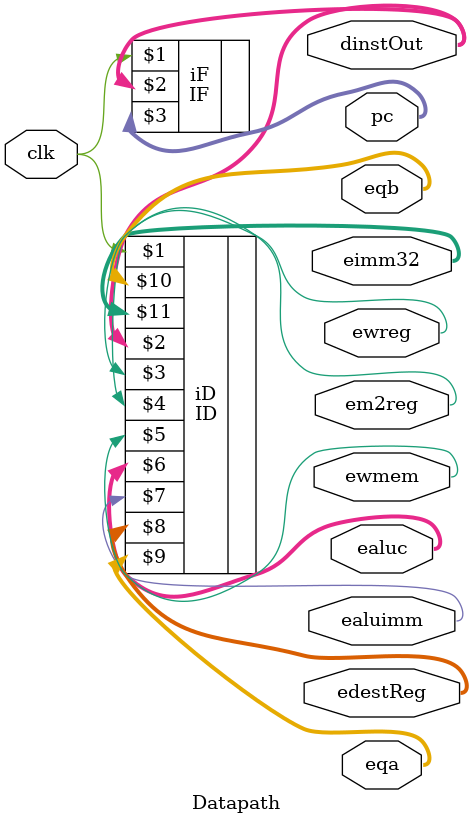
<source format=v>
`timescale 1ns / 1ps


module Datapath(
    input clk,
    
    output [31:0] pc,
    output ewreg,
    output em2reg,
    output ewmem,
    output [3:0] ealuc,
    output ealuimm,
    output [4:0] edestReg,
    output [31:0] eqa,
    output [31:0] eqb,
    output [31:0] eimm32,
    
    output [31:0] dinstOut
    );
    
    
    IF iF(clk,dinstOut, pc);
    ID iD(clk,dinstOut,ewreg, em2reg,ewmem,ealuc, ealuimm,edestReg, eqa,eqb,eimm32);
    
endmodule

</source>
